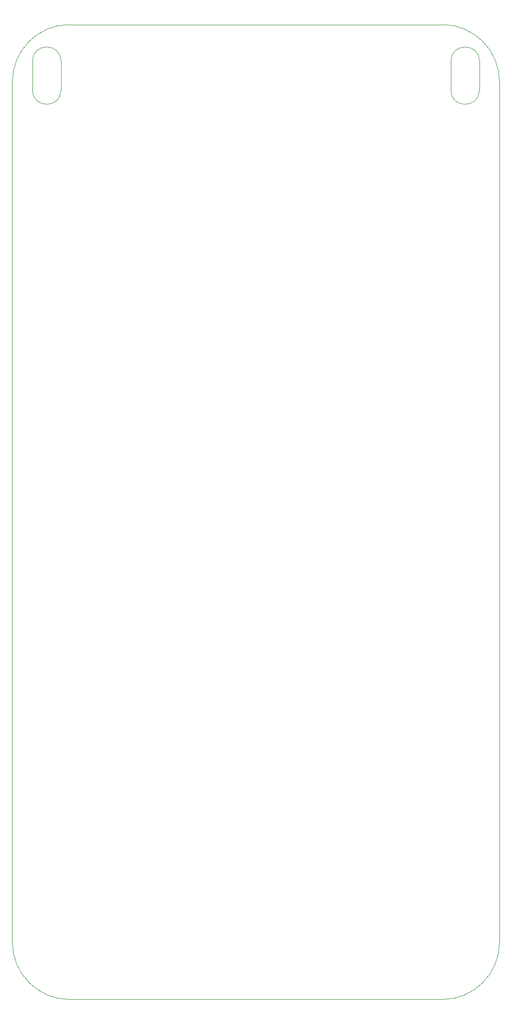
<source format=gbr>
G04 #@! TF.GenerationSoftware,KiCad,Pcbnew,(5.1.2-1)-1*
G04 #@! TF.CreationDate,2020-11-19T22:06:58-06:00*
G04 #@! TF.ProjectId,Core64 LB v0.4,436f7265-3634-4204-9c42-2076302e342e,0.3*
G04 #@! TF.SameCoordinates,Original*
G04 #@! TF.FileFunction,Profile,NP*
%FSLAX46Y46*%
G04 Gerber Fmt 4.6, Leading zero omitted, Abs format (unit mm)*
G04 Created by KiCad (PCBNEW (5.1.2-1)-1) date 2020-11-19 22:06:58*
%MOMM*%
%LPD*%
G04 APERTURE LIST*
%ADD10C,0.050000*%
G04 APERTURE END LIST*
D10*
X34000000Y36100000D02*
G75*
G02X39000000Y36100000I2500000J0D01*
G01*
X39000000Y31100000D02*
G75*
G02X34000000Y31100000I-2500000J0D01*
G01*
X34000000Y36100000D02*
X34000000Y31100000D01*
X39000000Y36100000D02*
X39000000Y31100000D01*
X-34000000Y31100000D02*
G75*
G02X-39000000Y31100000I-2500000J0D01*
G01*
X-39000000Y36100000D02*
G75*
G02X-34000000Y36100000I2500000J0D01*
G01*
X-42500000Y32500000D02*
G75*
G02X-32500000Y42500000I10000000J0D01*
G01*
X-34000000Y36100000D02*
X-34000000Y31100000D01*
X-39000000Y36100000D02*
X-39000000Y31100000D01*
X42500000Y32500000D02*
X42500000Y-117500000D01*
X-32500000Y42500000D02*
X32500000Y42500000D01*
X32500000Y42500000D02*
G75*
G02X42500000Y32500000I0J-10000000D01*
G01*
X42500000Y-117500000D02*
G75*
G02X32500000Y-127500000I-10000000J0D01*
G01*
X-32500000Y-127500000D02*
G75*
G02X-42500000Y-117500000I0J10000000D01*
G01*
X-32500000Y-127500000D02*
X32500000Y-127500000D01*
X-42500000Y32500000D02*
X-42500000Y-117500000D01*
M02*

</source>
